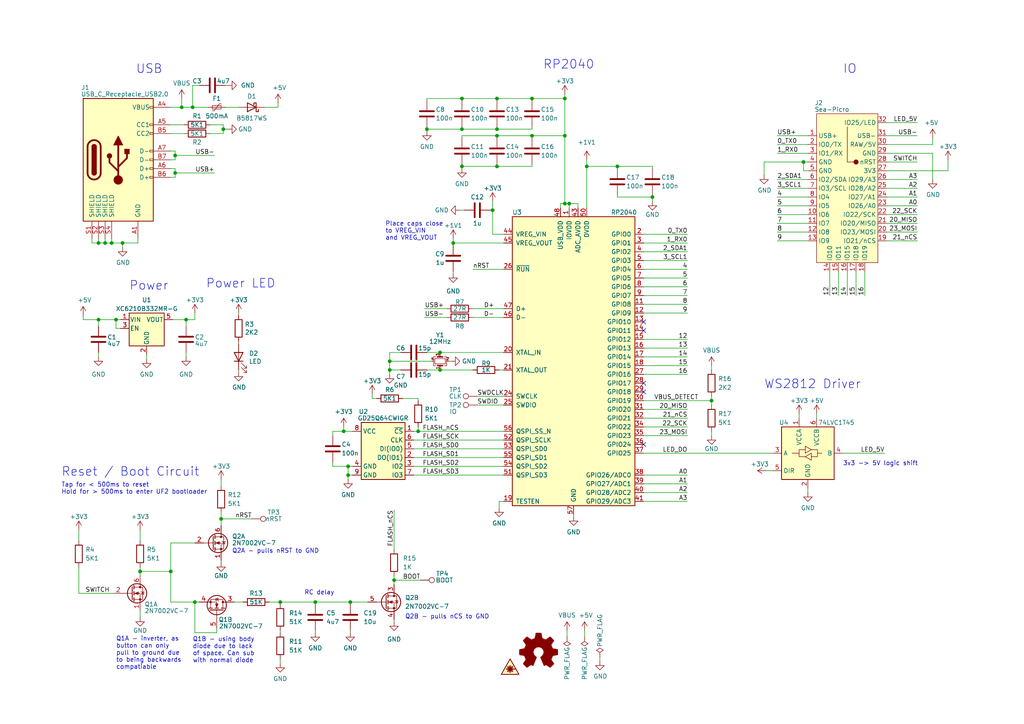
<source format=kicad_sch>
(kicad_sch (version 20211123) (generator eeschema)
  (paper "A4")
  (title_block (title "Sea Picro EXT") (date "2022-07-28") (rev "1.0") (company "Josh Johnson"))
  (junction (at 142.875 60.96))
  (junction (at 40.64 165.735))
  (junction (at 32.385 70.485))
  (junction (at 206.375 116.205))
  (junction (at 113.03 104.775))
  (junction (at 179.07 48.26))
  (junction (at 53.975 92.71))
  (junction (at 56.515 174.625))
  (junction (at 64.77 37.465))
  (junction (at 64.135 150.495))
  (junction (at 144.145 37.465))
  (junction (at 154.305 28.575))
  (junction (at 123.825 37.465))
  (junction (at 133.985 48.26))
  (junction (at 154.305 39.37))
  (junction (at 50.8 45.085))
  (junction (at 28.575 70.485))
  (junction (at 165.1 59.055))
  (junction (at 35.56 70.485))
  (junction (at 163.83 39.37))
  (junction (at 144.145 48.26))
  (junction (at 33.655 92.71))
  (junction (at 131.445 70.485))
  (junction (at 52.705 31.115))
  (junction (at 30.48 70.485))
  (junction (at 170.18 48.26))
  (junction (at 50.8 50.165))
  (junction (at 81.28 174.625))
  (junction (at 101.6 174.625))
  (junction (at 127.635 107.315))
  (junction (at 133.985 37.465))
  (junction (at 91.44 174.625))
  (junction (at 99.695 125.095))
  (junction (at 49.53 165.735))
  (junction (at 113.03 107.315))
  (junction (at 127.635 102.235))
  (junction (at 100.965 135.255))
  (junction (at 55.88 31.115))
  (junction (at 28.575 92.71))
  (junction (at 114.3 168.275))
  (junction (at 100.965 137.795))
  (junction (at 144.145 28.575))
  (junction (at 163.83 28.575))
  (junction (at 144.145 39.37))
  (junction (at 121.285 125.095))
  (junction (at 133.985 28.575))
  (junction (at 189.23 57.15))
  (junction (at 233.045 46.99))
  (junction (at 163.83 59.055))
  (no_connect (at 186.69 128.905))
  (no_connect (at 186.69 95.885))
  (no_connect (at 186.69 93.345))
  (no_connect (at 186.69 113.665))
  (no_connect (at 186.69 111.125))
  (wire (pts (xy 100.965 135.255) (xy 100.965 137.795)))
  (wire (pts (xy 50.8 48.895) (xy 50.8 50.165)))
  (wire (pts (xy 69.215 107.315) (xy 69.215 107.95)))
  (wire (pts (xy 248.285 78.74) (xy 248.285 85.725)))
  (wire (pts (xy 99.695 125.095) (xy 96.52 125.095)))
  (wire (pts (xy 123.825 29.21) (xy 123.825 28.575)))
  (wire (pts (xy 163.83 28.575) (xy 163.83 39.37)))
  (wire (pts (xy 60.96 36.195) (xy 64.77 36.195)))
  (wire (pts (xy 120.015 125.095) (xy 121.285 125.095)))
  (wire (pts (xy 154.305 28.575) (xy 163.83 28.575)))
  (wire (pts (xy 179.07 48.26) (xy 170.18 48.26)))
  (wire (pts (xy 56.515 174.625) (xy 49.53 174.625)))
  (wire (pts (xy 225.425 67.31) (xy 234.315 67.31)))
  (wire (pts (xy 163.83 39.37) (xy 163.83 59.055)))
  (wire (pts (xy 257.175 52.07) (xy 266.065 52.07)))
  (wire (pts (xy 114.3 167.005) (xy 114.3 168.275)))
  (wire (pts (xy 240.665 78.74) (xy 240.665 85.725)))
  (wire (pts (xy 28.575 70.485) (xy 30.48 70.485)))
  (wire (pts (xy 154.305 28.575) (xy 154.305 29.21)))
  (wire (pts (xy 186.69 90.805) (xy 199.39 90.805)))
  (wire (pts (xy 26.67 70.485) (xy 28.575 70.485)))
  (wire (pts (xy 113.03 102.235) (xy 113.03 104.775)))
  (wire (pts (xy 40.64 164.465) (xy 40.64 165.735)))
  (wire (pts (xy 80.645 31.115) (xy 80.645 29.845)))
  (wire (pts (xy 129.54 92.075) (xy 123.19 92.075)))
  (wire (pts (xy 225.425 64.77) (xy 234.315 64.77)))
  (wire (pts (xy 65.405 31.115) (xy 69.215 31.115)))
  (wire (pts (xy 32.385 69.215) (xy 32.385 70.485)))
  (wire (pts (xy 225.425 62.23) (xy 234.315 62.23)))
  (wire (pts (xy 186.69 106.045) (xy 199.39 106.045)))
  (wire (pts (xy 64.135 148.59) (xy 64.135 150.495)))
  (wire (pts (xy 222.25 136.525) (xy 224.155 136.525)))
  (wire (pts (xy 133.985 47.625) (xy 133.985 48.26)))
  (wire (pts (xy 146.05 70.485) (xy 131.445 70.485)))
  (wire (pts (xy 127.635 107.315) (xy 137.16 107.315)))
  (wire (pts (xy 170.18 48.26) (xy 170.18 60.325)))
  (wire (pts (xy 22.86 164.465) (xy 22.86 172.085)))
  (wire (pts (xy 186.69 70.485) (xy 199.39 70.485)))
  (wire (pts (xy 28.575 92.71) (xy 33.655 92.71)))
  (wire (pts (xy 225.425 44.45) (xy 234.315 44.45)))
  (wire (pts (xy 169.545 182.88) (xy 169.545 184.785)))
  (wire (pts (xy 55.88 24.765) (xy 57.785 24.765)))
  (wire (pts (xy 49.53 48.895) (xy 50.8 48.895)))
  (wire (pts (xy 50.8 50.165) (xy 50.8 51.435)))
  (wire (pts (xy 163.83 27.305) (xy 163.83 28.575)))
  (wire (pts (xy 270.51 52.07) (xy 270.51 44.45)))
  (wire (pts (xy 270.51 41.91) (xy 270.51 40.005)))
  (wire (pts (xy 50.8 45.085) (xy 62.23 45.085)))
  (wire (pts (xy 81.28 174.625) (xy 91.44 174.625)))
  (wire (pts (xy 233.045 49.53) (xy 233.045 46.99)))
  (wire (pts (xy 144.145 29.21) (xy 144.145 28.575)))
  (wire (pts (xy 186.69 103.505) (xy 199.39 103.505)))
  (wire (pts (xy 138.43 117.475) (xy 146.05 117.475)))
  (wire (pts (xy 257.175 35.56) (xy 266.065 35.56)))
  (wire (pts (xy 245.745 78.74) (xy 245.745 85.725)))
  (wire (pts (xy 64.135 150.495) (xy 73.025 150.495)))
  (wire (pts (xy 257.175 54.61) (xy 266.065 54.61)))
  (wire (pts (xy 179.07 56.515) (xy 179.07 57.15)))
  (wire (pts (xy 69.215 91.44) (xy 69.215 90.805)))
  (wire (pts (xy 165.1 59.055) (xy 163.83 59.055)))
  (wire (pts (xy 225.425 39.37) (xy 234.315 39.37)))
  (wire (pts (xy 225.425 54.61) (xy 234.315 54.61)))
  (wire (pts (xy 64.135 150.495) (xy 64.135 152.4)))
  (wire (pts (xy 154.305 36.83) (xy 154.305 37.465)))
  (wire (pts (xy 144.145 37.465) (xy 154.305 37.465)))
  (wire (pts (xy 234.315 49.53) (xy 233.045 49.53)))
  (wire (pts (xy 186.69 142.875) (xy 199.39 142.875)))
  (wire (pts (xy 49.53 174.625) (xy 49.53 165.735)))
  (wire (pts (xy 50.165 92.71) (xy 53.975 92.71)))
  (wire (pts (xy 113.03 107.315) (xy 113.03 108.585)))
  (wire (pts (xy 114.3 147.955) (xy 114.3 159.385)))
  (wire (pts (xy 22.86 153.67) (xy 22.86 156.845)))
  (wire (pts (xy 236.855 120.015) (xy 236.855 121.285)))
  (wire (pts (xy 186.69 73.025) (xy 199.39 73.025)))
  (wire (pts (xy 186.69 126.365) (xy 199.39 126.365)))
  (wire (pts (xy 206.375 106.045) (xy 206.375 107.315)))
  (wire (pts (xy 64.77 36.195) (xy 64.77 37.465)))
  (wire (pts (xy 186.69 98.425) (xy 199.39 98.425)))
  (wire (pts (xy 154.305 47.625) (xy 154.305 48.26)))
  (wire (pts (xy 120.015 132.715) (xy 146.05 132.715)))
  (wire (pts (xy 133.985 37.465) (xy 144.145 37.465)))
  (wire (pts (xy 179.07 48.26) (xy 189.23 48.26)))
  (wire (pts (xy 53.34 36.195) (xy 49.53 36.195)))
  (wire (pts (xy 56.515 90.805) (xy 56.515 92.71)))
  (wire (pts (xy 113.03 104.775) (xy 113.03 107.315)))
  (wire (pts (xy 131.445 69.215) (xy 131.445 70.485)))
  (wire (pts (xy 142.875 60.96) (xy 142.875 67.945)))
  (wire (pts (xy 28.575 92.71) (xy 28.575 94.615)))
  (wire (pts (xy 121.285 123.825) (xy 121.285 125.095)))
  (wire (pts (xy 144.145 48.26) (xy 154.305 48.26)))
  (wire (pts (xy 170.18 46.355) (xy 170.18 48.26)))
  (wire (pts (xy 129.54 89.535) (xy 123.19 89.535)))
  (wire (pts (xy 69.215 99.695) (xy 69.215 99.06)))
  (wire (pts (xy 257.175 46.99) (xy 266.065 46.99)))
  (wire (pts (xy 189.23 57.15) (xy 189.23 58.42)))
  (wire (pts (xy 49.53 43.815) (xy 50.8 43.815)))
  (wire (pts (xy 144.145 28.575) (xy 154.305 28.575)))
  (wire (pts (xy 243.205 78.74) (xy 243.205 85.725)))
  (wire (pts (xy 65.405 24.765) (xy 66.04 24.765)))
  (wire (pts (xy 179.07 48.895) (xy 179.07 48.26)))
  (wire (pts (xy 50.8 46.355) (xy 49.53 46.355)))
  (wire (pts (xy 22.86 172.085) (xy 33.02 172.085)))
  (wire (pts (xy 101.6 174.625) (xy 106.68 174.625)))
  (wire (pts (xy 133.985 28.575) (xy 133.985 29.21)))
  (wire (pts (xy 101.6 182.88) (xy 101.6 183.515)))
  (wire (pts (xy 102.235 135.255) (xy 100.965 135.255)))
  (wire (pts (xy 26.67 69.215) (xy 26.67 70.485)))
  (wire (pts (xy 257.175 69.85) (xy 266.065 69.85)))
  (wire (pts (xy 81.28 182.88) (xy 81.28 183.515)))
  (wire (pts (xy 33.655 95.25) (xy 33.655 92.71)))
  (wire (pts (xy 120.015 135.255) (xy 146.05 135.255)))
  (wire (pts (xy 186.69 108.585) (xy 199.39 108.585)))
  (wire (pts (xy 270.51 44.45) (xy 257.175 44.45)))
  (wire (pts (xy 50.8 51.435) (xy 49.53 51.435)))
  (wire (pts (xy 100.965 137.795) (xy 102.235 137.795)))
  (wire (pts (xy 257.175 59.69) (xy 266.065 59.69)))
  (wire (pts (xy 186.69 137.795) (xy 199.39 137.795)))
  (wire (pts (xy 52.705 28.575) (xy 52.705 31.115)))
  (wire (pts (xy 28.575 69.215) (xy 28.575 70.485)))
  (wire (pts (xy 186.69 140.335) (xy 199.39 140.335)))
  (wire (pts (xy 113.03 107.315) (xy 116.205 107.315)))
  (wire (pts (xy 50.8 45.085) (xy 50.8 46.355)))
  (wire (pts (xy 101.6 175.26) (xy 101.6 174.625)))
  (wire (pts (xy 186.69 83.185) (xy 199.39 83.185)))
  (wire (pts (xy 133.985 48.26) (xy 144.145 48.26)))
  (wire (pts (xy 60.96 38.735) (xy 64.77 38.735)))
  (wire (pts (xy 123.825 28.575) (xy 133.985 28.575)))
  (wire (pts (xy 144.145 39.37) (xy 144.145 40.005)))
  (wire (pts (xy 40.64 165.735) (xy 40.64 167.005)))
  (wire (pts (xy 144.145 36.83) (xy 144.145 37.465)))
  (wire (pts (xy 53.975 92.71) (xy 53.975 94.615)))
  (wire (pts (xy 250.825 78.74) (xy 250.825 85.725)))
  (wire (pts (xy 146.05 145.415) (xy 144.78 145.415)))
  (wire (pts (xy 164.465 182.88) (xy 164.465 184.785)))
  (wire (pts (xy 100.965 137.795) (xy 100.965 139.065)))
  (wire (pts (xy 32.385 70.485) (xy 35.56 70.485)))
  (wire (pts (xy 30.48 70.485) (xy 32.385 70.485)))
  (wire (pts (xy 189.23 48.26) (xy 189.23 48.895)))
  (wire (pts (xy 120.015 127.635) (xy 146.05 127.635)))
  (wire (pts (xy 144.78 145.415) (xy 144.78 147.32)))
  (wire (pts (xy 107.95 114.3) (xy 107.95 115.57)))
  (wire (pts (xy 186.69 121.285) (xy 199.39 121.285)))
  (wire (pts (xy 64.135 139.065) (xy 64.135 140.97)))
  (wire (pts (xy 120.015 137.795) (xy 146.05 137.795)))
  (wire (pts (xy 121.285 115.57) (xy 121.285 116.205)))
  (wire (pts (xy 42.545 102.87) (xy 42.545 104.14)))
  (wire (pts (xy 123.825 37.465) (xy 133.985 37.465)))
  (wire (pts (xy 78.105 174.625) (xy 81.28 174.625)))
  (wire (pts (xy 34.925 95.25) (xy 33.655 95.25)))
  (wire (pts (xy 133.985 28.575) (xy 144.145 28.575)))
  (wire (pts (xy 67.945 174.625) (xy 70.485 174.625)))
  (wire (pts (xy 165.1 59.055) (xy 165.1 60.325)))
  (wire (pts (xy 99.695 123.825) (xy 99.695 125.095)))
  (wire (pts (xy 123.825 37.465) (xy 123.825 38.1)))
  (wire (pts (xy 50.8 50.165) (xy 62.23 50.165)))
  (wire (pts (xy 225.425 59.69) (xy 234.315 59.69)))
  (wire (pts (xy 257.175 64.77) (xy 266.065 64.77)))
  (wire (pts (xy 206.375 125.095) (xy 206.375 126.365)))
  (wire (pts (xy 173.99 191.77) (xy 173.99 190.5)))
  (wire (pts (xy 206.375 116.205) (xy 206.375 117.475)))
  (wire (pts (xy 123.825 36.83) (xy 123.825 37.465)))
  (wire (pts (xy 146.05 67.945) (xy 142.875 67.945)))
  (wire (pts (xy 186.69 80.645) (xy 199.39 80.645)))
  (wire (pts (xy 186.69 78.105) (xy 199.39 78.105)))
  (wire (pts (xy 116.84 115.57) (xy 121.285 115.57)))
  (wire (pts (xy 50.8 43.815) (xy 50.8 45.085)))
  (wire (pts (xy 55.88 31.115) (xy 60.325 31.115)))
  (wire (pts (xy 138.43 114.935) (xy 146.05 114.935)))
  (wire (pts (xy 154.305 39.37) (xy 163.83 39.37)))
  (wire (pts (xy 49.53 157.48) (xy 56.515 157.48)))
  (wire (pts (xy 56.515 183.515) (xy 56.515 174.625)))
  (wire (pts (xy 186.69 123.825) (xy 199.39 123.825)))
  (wire (pts (xy 186.69 88.265) (xy 199.39 88.265)))
  (wire (pts (xy 166.37 149.225) (xy 166.37 149.86)))
  (wire (pts (xy 40.64 177.165) (xy 40.64 179.07)))
  (wire (pts (xy 142.24 60.96) (xy 142.875 60.96)))
  (wire (pts (xy 53.975 102.235) (xy 53.975 103.505)))
  (wire (pts (xy 167.64 59.055) (xy 165.1 59.055)))
  (wire (pts (xy 131.445 70.485) (xy 131.445 71.12)))
  (wire (pts (xy 144.145 47.625) (xy 144.145 48.26)))
  (wire (pts (xy 121.285 125.095) (xy 146.05 125.095)))
  (wire (pts (xy 257.175 62.23) (xy 266.065 62.23)))
  (wire (pts (xy 225.425 52.07) (xy 234.315 52.07)))
  (wire (pts (xy 234.315 141.605) (xy 234.315 142.875)))
  (wire (pts (xy 163.83 59.055) (xy 162.56 59.055)))
  (wire (pts (xy 274.955 46.355) (xy 274.955 49.53)))
  (wire (pts (xy 49.53 165.735) (xy 40.64 165.735)))
  (wire (pts (xy 62.865 183.515) (xy 56.515 183.515)))
  (wire (pts (xy 133.985 39.37) (xy 144.145 39.37)))
  (wire (pts (xy 99.695 125.095) (xy 102.235 125.095)))
  (wire (pts (xy 131.445 78.74) (xy 131.445 79.375)))
  (wire (pts (xy 64.77 37.465) (xy 64.77 38.735)))
  (wire (pts (xy 186.69 75.565) (xy 199.39 75.565)))
  (wire (pts (xy 137.16 92.075) (xy 146.05 92.075)))
  (wire (pts (xy 189.23 56.515) (xy 189.23 57.15)))
  (wire (pts (xy 49.53 31.115) (xy 52.705 31.115)))
  (wire (pts (xy 40.64 153.67) (xy 40.64 156.845)))
  (wire (pts (xy 91.44 182.88) (xy 91.44 183.515)))
  (wire (pts (xy 53.34 38.735) (xy 49.53 38.735)))
  (wire (pts (xy 123.825 107.315) (xy 127.635 107.315)))
  (wire (pts (xy 221.615 46.99) (xy 233.045 46.99)))
  (wire (pts (xy 24.13 92.71) (xy 24.13 91.44)))
  (wire (pts (xy 133.35 60.96) (xy 134.62 60.96)))
  (wire (pts (xy 244.475 131.445) (xy 256.54 131.445)))
  (wire (pts (xy 130.175 104.775) (xy 130.81 104.775)))
  (wire (pts (xy 225.425 41.91) (xy 234.315 41.91)))
  (wire (pts (xy 133.985 40.005) (xy 133.985 39.37)))
  (wire (pts (xy 62.865 182.245) (xy 62.865 183.515)))
  (wire (pts (xy 137.16 89.535) (xy 146.05 89.535)))
  (wire (pts (xy 162.56 59.055) (xy 162.56 60.325)))
  (wire (pts (xy 114.3 179.705) (xy 114.3 180.34)))
  (wire (pts (xy 113.03 104.775) (xy 125.095 104.775)))
  (wire (pts (xy 154.305 40.005) (xy 154.305 39.37)))
  (wire (pts (xy 221.615 46.99) (xy 221.615 50.8)))
  (wire (pts (xy 64.135 162.56) (xy 64.135 163.195)))
  (wire (pts (xy 53.975 92.71) (xy 56.515 92.71)))
  (wire (pts (xy 186.69 116.205) (xy 206.375 116.205)))
  (wire (pts (xy 33.655 92.71) (xy 34.925 92.71)))
  (wire (pts (xy 133.985 48.26) (xy 133.985 48.895)))
  (wire (pts (xy 146.05 78.105) (xy 137.16 78.105)))
  (wire (pts (xy 40.005 69.215) (xy 40.005 70.485)))
  (wire (pts (xy 66.04 37.465) (xy 64.77 37.465)))
  (wire (pts (xy 133.985 36.83) (xy 133.985 37.465)))
  (wire (pts (xy 55.88 24.765) (xy 55.88 31.115)))
  (wire (pts (xy 52.705 31.115) (xy 55.88 31.115)))
  (wire (pts (xy 167.64 60.325) (xy 167.64 59.055)))
  (wire (pts (xy 186.69 145.415) (xy 199.39 145.415)))
  (wire (pts (xy 257.175 49.53) (xy 274.955 49.53)))
  (wire (pts (xy 257.175 57.15) (xy 266.065 57.15)))
  (wire (pts (xy 225.425 57.15) (xy 234.315 57.15)))
  (wire (pts (xy 96.52 125.095) (xy 96.52 126.365)))
  (wire (pts (xy 30.48 69.215) (xy 30.48 70.485)))
  (wire (pts (xy 127.635 102.235) (xy 146.05 102.235)))
  (wire (pts (xy 186.69 118.745) (xy 199.39 118.745)))
  (wire (pts (xy 81.28 175.26) (xy 81.28 174.625)))
  (wire (pts (xy 120.015 130.175) (xy 146.05 130.175)))
  (wire (pts (xy 179.07 57.15) (xy 189.23 57.15)))
  (wire (pts (xy 35.56 70.485) (xy 40.005 70.485)))
  (wire (pts (xy 76.835 31.115) (xy 80.645 31.115)))
  (wire (pts (xy 96.52 133.985) (xy 96.52 135.255)))
  (wire (pts (xy 28.575 102.235) (xy 28.575 103.505)))
  (wire (pts (xy 24.13 92.71) (xy 28.575 92.71)))
  (wire (pts (xy 257.175 41.91) (xy 270.51 41.91)))
  (wire (pts (xy 81.28 191.135) (xy 81.28 192.405)))
  (wire (pts (xy 225.425 69.85) (xy 234.315 69.85)))
  (wire (pts (xy 257.175 39.37) (xy 266.065 39.37)))
  (wire (pts (xy 114.3 168.275) (xy 121.92 168.275)))
  (wire (pts (xy 257.175 67.31) (xy 266.065 67.31)))
  (wire (pts (xy 107.95 115.57) (xy 109.22 115.57)))
  (wire (pts (xy 144.145 39.37) (xy 154.305 39.37)))
  (wire (pts (xy 142.875 58.42) (xy 142.875 60.96)))
  (wire (pts (xy 231.775 120.015) (xy 231.775 121.285)))
  (wire (pts (xy 116.205 102.235) (xy 113.03 102.235)))
  (wire (pts (xy 96.52 135.255) (xy 100.965 135.255)))
  (wire (pts (xy 144.78 107.315) (xy 146.05 107.315)))
  (wire (pts (xy 186.69 131.445) (xy 224.155 131.445)))
  (wire (pts (xy 91.44 175.26) (xy 91.44 174.625)))
  (wire (pts (xy 233.045 46.99) (xy 234.315 46.99)))
  (wire (pts (xy 186.69 67.945) (xy 199.39 67.945)))
  (wire (pts (xy 186.69 100.965) (xy 199.39 100.965)))
  (wire (pts (xy 56.515 174.625) (xy 57.785 174.625)))
  (wire (pts (xy 114.3 168.275) (xy 114.3 169.545)))
  (wire (pts (xy 49.53 157.48) (xy 49.53 165.735)))
  (wire (pts (xy 91.44 174.625) (xy 101.6 174.625)))
  (wire (pts (xy 206.375 114.935) (xy 206.375 116.205)))
  (wire (pts (xy 186.69 85.725) (xy 199.39 85.725)))
  (wire (pts (xy 123.825 102.235) (xy 127.635 102.235)))
  (wire (pts (xy 35.56 71.755) (xy 35.56 70.485)))
  (text "Power LED" (at 59.69 83.82 0) (effects (font (size 2.54 2.54)) (justify left bottom)))
  (text "RP2040" (at 157.48 20.32 0) (effects (font (size 2.54 2.54)) (justify left bottom)))
  (text "3v3 -> 5V logic shift" (at 244.475 135.255 0) (effects (font (size 1.27 1.27)) (justify left bottom)))
  (text "Power" (at 37.465 84.455 0) (effects (font (size 2.54 2.54)) (justify left bottom)))
  (text "Q2A - pulls nRST to GND" (at 67.31 160.655 0) (effects (font (size 1.27 1.27)) (justify left bottom)))
  (text "Q1A - inverter, as \nbutton can only \npull to ground due\nto being backwards\ncompatiable" (at 33.655 194.31 0) (effects (font (size 1.27 1.27)) (justify left bottom)))
  (text "Place caps close \nto VREG_VIN \nand VREG_VOUT" (at 111.76 69.85 0) (effects (font (size 1.27 1.27)) (justify left bottom)))
  (text "Q1B - using body \ndiode due to lack\nof space. Can sub\nwith normal diode" (at 55.88 192.405 0) (effects (font (size 1.27 1.27)) (justify left bottom)))
  (text "Tap for < 500ms to reset\nHold for > 500ms to enter UF2 bootloader" (at 17.78 143.51 0) (effects (font (size 1.27 1.27)) (justify left bottom)))
  (text "RC delay" (at 88.265 172.72 0) (effects (font (size 1.27 1.27)) (justify left bottom)))
  (text "Reset / Boot Circuit" (at 17.78 138.43 0) (effects (font (size 2.54 2.54)) (justify left bottom)))
  (text "IO" (at 244.475 21.59 0) (effects (font (size 2.54 2.54)) (justify left bottom)))
  (text "USB" (at 39.37 21.59 0) (effects (font (size 2.54 2.54)) (justify left bottom)))
  (text "WS2812 Driver" (at 221.615 113.03 0) (effects (font (size 2.54 2.54)) (justify left bottom)))
  (text "Q2B - pulls nCS to GND" (at 117.475 179.705 0) (effects (font (size 1.27 1.27)) (justify left bottom)))
  (label "23_MOSI" (at 199.39 126.365 180))
  (label "USB-" (at 62.23 45.085 180))
  (label "4" (at 225.425 57.15 0))
  (label "SWDIO" (at 138.43 117.475 0))
  (label "3_SCL1" (at 199.39 75.565 180))
  (label "SWDCLK" (at 138.43 114.935 0))
  (label "22_SCK" (at 199.39 123.825 180))
  (label "7" (at 225.425 64.77 0))
  (label "A2" (at 199.39 142.875 180))
  (label "4" (at 199.39 78.105 180))
  (label "3_SCL1" (at 225.425 54.61 0))
  (label "USB-" (at 266.065 39.37 180))
  (label "2_SDA1" (at 225.425 52.07 0))
  (label "5" (at 225.425 59.69 0))
  (label "USB+" (at 225.425 39.37 0))
  (label "12" (at 240.665 85.725 90))
  (label "22_SCK" (at 266.065 62.23 180))
  (label "6" (at 225.425 62.23 0))
  (label "nRST" (at 137.16 78.105 0))
  (label "20_MISO" (at 199.39 118.745 180))
  (label "USB-" (at 123.19 92.075 0))
  (label "23_MOSI" (at 266.065 67.31 180))
  (label "FLASH_SD0" (at 122.555 130.175 0))
  (label "FLASH_SD3" (at 122.555 137.795 0))
  (label "SWITCH" (at 24.765 172.085 0))
  (label "FLASH_nCS" (at 114.3 147.955 270))
  (label "14" (at 199.39 103.505 180))
  (label "16" (at 199.39 108.585 180))
  (label "15" (at 199.39 106.045 180))
  (label "9" (at 199.39 90.805 180))
  (label "16" (at 250.825 85.725 90))
  (label "A1" (at 199.39 140.335 180))
  (label "FLASH_nCS" (at 122.555 125.095 0))
  (label "14" (at 245.745 85.725 90))
  (label "21_nCS" (at 199.39 121.285 180))
  (label "8" (at 199.39 88.265 180))
  (label "5" (at 199.39 80.645 180))
  (label "A0" (at 199.39 137.795 180))
  (label "D-" (at 140.335 92.075 0))
  (label "13" (at 199.39 100.965 180))
  (label "USB+" (at 62.23 50.165 180))
  (label "0_TX0" (at 199.39 67.945 180))
  (label "USB+" (at 123.19 89.535 0))
  (label "LED_DO" (at 199.39 131.445 180))
  (label "9" (at 225.425 69.85 0))
  (label "6" (at 199.39 83.185 180))
  (label "21_nCS" (at 266.065 69.85 180))
  (label "7" (at 199.39 85.725 180))
  (label "8" (at 225.425 67.31 0))
  (label "LED_5V" (at 266.065 35.56 180))
  (label "nRST" (at 73.025 150.495 180))
  (label "0_TX0" (at 225.425 41.91 0))
  (label "D+" (at 140.335 89.535 0))
  (label "A3" (at 266.065 52.07 180))
  (label "FLASH_SCK" (at 122.555 127.635 0))
  (label "20_MISO" (at 266.065 64.77 180))
  (label "13" (at 243.205 85.725 90))
  (label "SWITCH" (at 266.065 46.99 180))
  (label "A0" (at 266.065 59.69 180))
  (label "12" (at 199.39 98.425 180))
  (label "1_RX0" (at 225.425 44.45 0))
  (label "A3" (at 199.39 145.415 180))
  (label "A2" (at 266.065 54.61 180))
  (label "1_RX0" (at 199.39 70.485 180))
  (label "BOOT" (at 121.92 168.275 180))
  (label "FLASH_SD2" (at 122.555 135.255 0))
  (label "15" (at 248.285 85.725 90))
  (label "VBUS_DETECT" (at 202.565 116.205 180))
  (label "2_SDA1" (at 199.39 73.025 180))
  (label "FLASH_SD1" (at 122.555 132.715 0))
  (label "LED_5V" (at 256.54 131.445 180))
  (label "A1" (at 266.065 57.15 180))
  (symbol (lib_id "power:GND") (at 35.56 71.755 0) (unit 1)
    (property "Reference" "#PWR01" (effects hide))
    (property "Value" "GND" (at 35.687 76.1492 0))
  )
  (symbol (lib_id "Device:R") (at 57.15 36.195 270) (unit 1)
    (property "Reference" "R1" (at 57.15 33.655 90))
    (property "Value" "5K1" (at 57.15 36.195 90))
    (property "Footprint" "Resistor_SMD:R_0402_1005Metric" (effects hide))
    (property "LCSC" "C25905" (effects hide))
    (property "MPN " "0402WGF5101TCE" (effects hide))
    (property "Manufacturer" "UNI-ROYAL(Uniroyal Elec)" (effects hide))
    (property "JLC Basic" "Y" (effects hide))
    (property "Substitute" "Y" (effects hide))
  )
  (symbol (lib_id "Device:R") (at 57.15 38.735 270) (unit 1)
    (property "Reference" "R2" (at 57.15 41.275 90))
    (property "Value" "5K1" (at 57.15 38.735 90))
    (property "Footprint" "Resistor_SMD:R_0402_1005Metric" (effects hide))
    (property "LCSC" "C25905" (effects hide))
    (property "MPN " "0402WGF5101TCE" (effects hide))
    (property "Manufacturer" "UNI-ROYAL(Uniroyal Elec)" (effects hide))
    (property "JLC Basic" "Y" (effects hide))
    (property "Substitute" "Y" (effects hide))
  )
  (symbol (lib_id "power:GND") (at 66.04 37.465 90) (unit 1)
    (property "Reference" "#PWR02" (effects hide))
    (property "Value" "GND" (at 71.12 37.465 90))
  )
  (symbol (lib_id "Device:D_Schottky") (at 73.025 31.115 180) (unit 1)
    (property "Reference" "D1" (at 73.025 27.94 0))
    (property "Value" "B5817WS" (at 73.025 34.29 0))
    (property "Footprint" "josh-passives-smt:D_SOD-323" (effects hide))
    (property "LCSC" "C122854" (effects hide))
    (property "MPN " "B5817WS" (effects hide))
    (property "Manufacturer" "Shikues" (effects hide))
    (property "JLC Basic" "N" (effects hide))
    (property "Substitute" "N" (effects hide))
  )
  (symbol (lib_id "power:+5V") (at 80.645 29.845 0) (unit 1)
    (property "Reference" "#PWR05" (effects hide))
    (property "Value" "+5V" (at 81.026 25.4508 0))
  )
  (symbol (lib_id "Device:Polyfuse_Small") (at 62.865 31.115 270) (unit 1)
    (property "Reference" "F1" (at 62.865 28.575 90))
    (property "Value" "500mA" (at 62.865 33.655 90))
    (property "Footprint" "josh-passives-smt:Fuse_0603_1608Metric" (effects hide))
    (property "LCSC" "C210357" (effects hide))
    (property "MPN " "MF-FSMF050X-2" (effects hide))
    (property "Manufacturer" "BOURNS" (effects hide))
    (property "JLC Basic" "N" (effects hide))
    (property "Substitute" "Y" (effects hide))
  )
  (symbol (lib_id "Device:LED") (at 69.215 103.505 90) (unit 1)
    (property "Reference" "D2" (at 72.1868 102.5144 90) (effects (justify right)))
    (property "Value" "LED" (at 72.1868 104.8258 90) (effects (justify right)))
    (property "Footprint" "LED_SMD:LED_0603_1608Metric" (effects hide))
    (property "LCSC" "C268294" (effects hide))
    (property "MPN " "OSK40603C1E" (effects hide))
    (property "Manufacturer" "OptoSupply" (effects hide))
    (property "JLC Basic" "N" (effects hide))
    (property "Substitute" "Y - Any Pink" (effects hide))
  )
  (symbol (lib_id "Device:R") (at 69.215 95.25 0) (unit 1)
    (property "Reference" "R3" (at 70.993 94.0816 0) (effects (justify left)))
    (property "Value" "2K2" (at 70.993 96.393 0) (effects (justify left)))
    (property "Footprint" "Resistor_SMD:R_0402_1005Metric" (effects hide))
    (property "LCSC" "C25879" (effects hide))
    (property "MPN " "0402WGF2201TCE" (effects hide))
    (property "Manufacturer" "UNI-ROYAL(Uniroyal Elec)" (effects hide))
    (property "JLC Basic" "Y" (effects hide))
    (property "Substitute" "Y" (effects hide))
  )
  (symbol (lib_id "power:GND") (at 69.215 107.95 0) (unit 1)
    (property "Reference" "#PWR07" (effects hide))
    (property "Value" "GND" (at 69.342 112.3442 0))
  )
  (symbol (lib_id "power:GND") (at 221.615 50.8 0) (unit 1)
    (property "Reference" "#PWR03" (effects hide))
    (property "Value" "GND" (at 221.742 55.1942 0))
  )
  (symbol (lib_id "power:+5V") (at 270.51 40.005 0) (mirror y) (unit 1)
    (property "Reference" "#PWR010" (effects hide))
    (property "Value" "+5V" (at 270.129 35.6108 0))
  )
  (symbol (lib_id "power:PWR_FLAG") (at 173.99 190.5 0) (unit 1)
    (property "Reference" "#FLG04" (effects hide))
    (property "Value" "PWR_FLAG" (at 173.99 182.88 90))
  )
  (symbol (lib_id "power:GND") (at 173.99 191.77 0) (unit 1)
    (property "Reference" "#PWR017" (effects hide))
    (property "Value" "GND" (at 174.117 196.1642 0))
  )
  (symbol (lib_id "Graphic:Logo_Open_Hardware_Small") (at 156.21 189.23 0) (unit 1) (in_bom no)
    (property "Reference" "LOGO1" (effects hide))
    (property "Value" "Logo_Open_Hardware_Small" (effects hide))
    (property "Footprint" "josh-logos:OSHW_Logo_3.6x3.6_F.Mask" (effects hide))
  )
  (symbol (lib_id "Device:C") (at 131.445 74.93 0) (mirror y) (unit 1)
    (property "Reference" "C9" (at 128.905 73.66 0) (effects (justify left)))
    (property "Value" "1u" (at 128.905 76.2 0) (effects (justify left)))
    (property "Footprint" "Capacitor_SMD:C_0402_1005Metric" (effects hide))
    (property "LCSC" "C52923" (effects hide))
    (property "MPN " "CL05A105KA5NQNC" (effects hide))
    (property "Manufacturer" "Samsung Electro-Mechanics" (effects hide))
    (property "JLC Basic" "Y" (effects hide))
    (property "Substitute" "Y" (effects hide))
  )
  (symbol (lib_id "power:GND") (at 28.575 103.505 0) (unit 1)
    (property "Reference" "#PWR06" (effects hide))
    (property "Value" "GND" (at 28.575 108.585 0))
  )
  (symbol (lib_id "Device:C") (at 101.6 179.07 0) (unit 1)
    (property "Reference" "C19" (at 105.41 177.7999 0) (effects (justify left)))
    (property "Value" "10u" (at 105.41 180.3399 0) (effects (justify left)))
    (property "Footprint" "Capacitor_SMD:C_0402_1005Metric" (effects hide))
    (property "JLC Basic" "Y" (effects hide))
    (property "LCSC" "C15525" (effects hide))
    (property "MPN " "CL05A106MQ5NUNC" (effects hide))
    (property "Manufacturer" "Samsung Electro-Mechanics" (effects hide))
    (property "Substitute" "Y" (effects hide))
  )
  (symbol (lib_id "Device:C") (at 96.52 130.175 0) (unit 1)
    (property "Reference" "C4" (at 99.06 128.905 0) (effects (justify left)))
    (property "Value" "100n" (at 99.06 131.445 0) (effects (justify left)))
    (property "Footprint" "Capacitor_SMD:C_0402_1005Metric" (effects hide))
    (property "LCSC" "C1525" (effects hide))
    (property "MPN " "CL05B104KO5NNNC" (effects hide))
    (property "Manufacturer" "Samsung Electro-Mechanics" (effects hide))
    (property "JLC Basic" "Y" (effects hide))
    (property "Substitute" "Y" (effects hide))
  )
  (symbol (lib_id "power:GND") (at 166.37 149.86 0) (unit 1)
    (property "Reference" "#PWR033" (effects hide))
    (property "Value" "GND" (at 166.37 154.305 0))
  )
  (symbol (lib_id "Device:R") (at 206.375 121.285 0) (unit 1)
    (property "Reference" "R17" (at 208.28 120.0149 0) (effects (justify left)))
    (property "Value" "5K1" (at 208.28 122.5549 0) (effects (justify left)))
    (property "Footprint" "Resistor_SMD:R_0402_1005Metric" (effects hide))
    (property "JLC Basic" "Y" (effects hide))
    (property "LCSC" "C25905" (effects hide))
    (property "MPN " "0402WGF5101TCE" (effects hide))
    (property "Manufacturer" "UNI-ROYAL(Uniroyal Elec)" (effects hide))
    (property "Substitute" "Y" (effects hide))
  )
  (symbol (lib_id "power:+5V") (at 169.545 182.88 0) (unit 1)
    (property "Reference" "#PWR0112" (effects hide))
    (property "Value" "+5V" (at 169.926 178.4858 0))
  )
  (symbol (lib_id "Transistor_FET:FDG6335N") (at 61.595 157.48 0) (unit 1)
    (property "Reference" "Q2" (at 69.215 155.575 0))
    (property "Value" "2N7002VC-7" (at 73.66 157.48 0))
    (property "Footprint" "josh-soic-sot-etc:SOT-563" (effects hide))
    (property "Datasheet" "http://www.gneic.com/product/datasheet/FDG6335N-1122853.pdf" (effects hide))
    (property "JLC Basic" "N" (effects hide))
    (property "LCSC" "C504145" (effects hide))
    (property "MPN " "2N7002V" (effects hide))
    (property "Manufacturer" "Changjiang Electronics Tech (CJ) " (effects hide))
    (property "Substitute" "Y" (effects hide))
  )
  (symbol (lib_id "Device:Crystal_GND24_Small") (at 127.635 104.775 90) (unit 1)
    (property "Reference" "Y1" (at 127.635 97.155 90))
    (property "Value" "12MHz" (at 127.635 99.06 90))
    (property "Footprint" "josh-oscillators:Crystal_SMD_2520-4Pin_2.5x2.0mm" (effects hide))
    (property "LCSC" "C2149204" (effects hide))
    (property "MPN " "2TJ412000HYGBC" (effects hide))
    (property "Manufacturer" "JYJE" (effects hide))
    (property "JLC Basic" "N" (effects hide))
    (property "LCSC2" "C2149205" (effects hide))
    (property "MPN2" "2TJ412000NYGBC" (effects hide))
    (property "Manufacturer2" "JYJE" (effects hide))
    (property "Substitute" "N" (effects hide))
  )
  (symbol (lib_id "josh-connector:USB_C_Receptacle_USB2.0_NO_SBU") (at 34.29 46.355 0) (unit 1)
    (property "Reference" "J1" (at 24.765 25.4 0))
    (property "Value" "USB_C_Receptacle_USB2.0" (at 36.195 27.305 0))
    (property "Footprint" "josh-connectors:USB-C_MID_MOUNT_918-418K2024S40000" (effects hide))
    (property "JLC Basic" "N" (effects hide))
    (property "LCSC" "C168688" (effects hide))
    (property "MPN " "918-418K2024S40000" (effects hide))
    (property "Manufacturer" "Jing Extension of the Electronic Co" (effects hide))
    (property "Substitute" "Y" (effects hide))
  )
  (symbol (lib_id "Device:R") (at 206.375 111.125 0) (unit 1)
    (property "Reference" "R16" (at 208.28 109.8549 0) (effects (justify left)))
    (property "Value" "2K2" (at 208.28 112.3949 0) (effects (justify left)))
    (property "Footprint" "Resistor_SMD:R_0402_1005Metric" (effects hide))
    (property "JLC Basic" "Y" (effects hide))
    (property "LCSC" "C25879" (effects hide))
    (property "MPN " "0402WGF2201TCE" (effects hide))
    (property "Manufacturer" "UNI-ROYAL(Uniroyal Elec)" (effects hide))
    (property "Substitute" "Y" (effects hide))
  )
  (symbol (lib_id "Transistor_FET:FDG6335N") (at 62.865 177.165 270) (mirror x) (unit 2)
    (property "Reference" "Q1" (at 65.405 179.705 90))
    (property "Value" "2N7002VC-7" (at 69.85 181.61 90))
    (property "Footprint" "josh-soic-sot-etc:SOT-563" (effects hide))
    (property "Datasheet" "http://www.gneic.com/product/datasheet/FDG6335N-1122853.pdf" (effects hide))
    (property "JLC Basic" "N" (effects hide))
    (property "LCSC" "C504145" (effects hide))
    (property "MPN " "2N7002V" (effects hide))
    (property "Manufacturer" "Changjiang Electronics Tech (CJ) " (effects hide))
    (property "Substitute" "Y" (effects hide))
  )
  (symbol (lib_id "power:+3V3") (at 163.83 27.305 0) (unit 1)
    (property "Reference" "#PWR032" (effects hide))
    (property "Value" "+3V3" (at 163.83 23.495 0))
  )
  (symbol (lib_id "power:GND") (at 66.04 24.765 90) (unit 1)
    (property "Reference" "#PWR018" (effects hide))
    (property "Value" "GND" (at 69.85 24.7649 90) (effects (justify right)))
  )
  (symbol (lib_id "Connector:TestPoint") (at 138.43 117.475 90) (unit 1) (in_bom no)
    (property "Reference" "TP2" (at 132.08 117.475 90))
    (property "Value" "IO" (at 131.445 119.38 90))
    (property "Footprint" "josh-test-point:TestPoint_THTPad_D1.0mm_Drill0.5mm_NO_SILK" (effects hide))
  )
  (symbol (lib_id "Connector:TestPoint") (at 73.025 150.495 270) (unit 1) (in_bom no)
    (property "Reference" "TP3" (at 79.375 148.59 90))
    (property "Value" "nRST" (at 79.375 150.495 90))
    (property "Footprint" "josh-test-point:TestPoint_SMDPad_D1.0mm_NO_SILK" (effects hide))
  )
  (symbol (lib_id "Device:R") (at 133.35 89.535 90) (unit 1)
    (property "Reference" "R7" (at 133.35 87.63 90))
    (property "Value" "27R" (at 133.35 89.535 90))
    (property "Footprint" "Resistor_SMD:R_0402_1005Metric" (effects hide))
    (property "LCSC" "C25100" (effects hide))
    (property "MPN " "0402WGF270JTCE" (effects hide))
    (property "Manufacturer" "UNI-ROYAL(Uniroyal Elec)" (effects hide))
    (property "JLC Basic" "N" (effects hide))
    (property "Substitute" "Y" (effects hide))
  )
  (symbol (lib_id "Device:C") (at 133.985 43.815 0) (unit 1)
    (property "Reference" "C11" (at 136.525 42.545 0) (effects (justify left)))
    (property "Value" "100n" (at 136.525 45.085 0) (effects (justify left)))
    (property "Footprint" "Capacitor_SMD:C_0402_1005Metric" (effects hide))
    (property "LCSC" "C1525" (effects hide))
    (property "MPN " "CL05B104KO5NNNC" (effects hide))
    (property "Manufacturer" "Samsung Electro-Mechanics" (effects hide))
    (property "JLC Basic" "Y" (effects hide))
    (property "Substitute" "Y" (effects hide))
  )
  (symbol (lib_id "power:+3V3") (at 222.25 136.525 90) (unit 1)
    (property "Reference" "#PWR0116" (effects hide))
    (property "Value" "+3V3" (at 220.345 134.62 90))
  )
  (symbol (lib_id "josh-module:Sea-Picro") (at 245.745 55.88 0) (unit 1) (in_bom no)
    (property "Reference" "J2" (at 237.49 29.845 0))
    (property "Value" "Sea-Picro" (at 241.3 31.75 0))
    (property "Footprint" "josh-module:Sea-Picro_EXT_Pins" (effects hide))
  )
  (symbol (lib_id "Device:R") (at 81.28 179.07 0) (unit 1)
    (property "Reference" "R14" (at 83.82 177.7999 0) (effects (justify left)))
    (property "Value" "51K" (at 83.82 180.3399 0) (effects (justify left)))
    (property "Footprint" "Resistor_SMD:R_0402_1005Metric" (effects hide))
    (property "JLC Basic" "Y" (effects hide))
    (property "LCSC" "C25794" (effects hide))
    (property "MPN " "0402WGF5102TCE" (effects hide))
    (property "Manufacturer" "UNI-ROYAL(Uniroyal Elec)" (effects hide))
    (property "Substitute" "Y" (effects hide))
  )
  (symbol (lib_id "power:GND") (at 64.135 163.195 0) (unit 1)
    (property "Reference" "#PWR0101" (effects hide))
    (property "Value" "GND" (at 64.135 167.005 0))
  )
  (symbol (lib_id "Device:R") (at 140.97 107.315 90) (unit 1)
    (property "Reference" "R9" (at 140.97 105.41 90))
    (property "Value" "1K" (at 140.97 107.315 90))
    (property "Footprint" "Resistor_SMD:R_0402_1005Metric" (effects hide))
    (property "LCSC" "C11702" (effects hide))
    (property "MPN " "0402WGF1001TCE" (effects hide))
    (property "Manufacturer" "UNI-ROYAL(Uniroyal Elec)" (effects hide))
    (property "JLC Basic" "Y" (effects hide))
    (property "Substitute" "Y" (effects hide))
  )
  (symbol (lib_id "power:+3V3") (at 107.95 114.3 0) (unit 1)
    (property "Reference" "#PWR023" (effects hide))
    (property "Value" "+3V3" (at 107.95 110.49 0))
  )
  (symbol (lib_id "power:GND") (at 123.825 38.1 0) (unit 1)
    (property "Reference" "#PWR024" (effects hide))
    (property "Value" "GND" (at 123.825 42.545 0))
  )
  (symbol (lib_id "Device:R") (at 22.86 160.655 0) (unit 1)
    (property "Reference" "R4" (at 24.765 159.3849 0) (effects (justify left)))
    (property "Value" "5K1" (at 24.765 161.9249 0) (effects (justify left)))
    (property "Footprint" "Resistor_SMD:R_0402_1005Metric" (effects hide))
    (property "LCSC" "C25905" (effects hide))
    (property "MPN " "0402WGF5101TCE" (effects hide))
    (property "Manufacturer" "UNI-ROYAL(Uniroyal Elec)" (effects hide))
    (property "JLC Basic" "Y" (effects hide))
    (property "Substitute" "Y" (effects hide))
  )
  (symbol (lib_id "Device:C") (at 154.305 43.815 0) (unit 1)
    (property "Reference" "C16" (at 156.845 42.545 0) (effects (justify left)))
    (property "Value" "100n" (at 156.845 45.085 0) (effects (justify left)))
    (property "Footprint" "Capacitor_SMD:C_0402_1005Metric" (effects hide))
    (property "LCSC" "C1525" (effects hide))
    (property "MPN " "CL05B104KO5NNNC" (effects hide))
    (property "Manufacturer" "Samsung Electro-Mechanics" (effects hide))
    (property "JLC Basic" "Y" (effects hide))
    (property "Substitute" "Y" (effects hide))
  )
  (symbol (lib_id "power:GND") (at 133.985 48.895 0) (unit 1)
    (property "Reference" "#PWR029" (effects hide))
    (property "Value" "GND" (at 133.985 53.34 0))
  )
  (symbol (lib_id "power:+3V3") (at 274.955 46.355 0) (unit 1)
    (property "Reference" "#PWR039" (effects hide))
    (property "Value" "+3V3" (at 274.955 42.545 0))
  )
  (symbol (lib_id "Device:R") (at 114.3 163.195 0) (unit 1)
    (property "Reference" "R15" (at 116.84 161.9249 0) (effects (justify left)))
    (property "Value" "1K" (at 116.84 164.4649 0) (effects (justify left)))
    (property "Footprint" "Resistor_SMD:R_0402_1005Metric" (effects hide))
    (property "LCSC" "C11702" (effects hide))
    (property "MPN " "0402WGF1001TCE" (effects hide))
    (property "Manufacturer" "UNI-ROYAL(Uniroyal Elec)" (effects hide))
    (property "JLC Basic" "Y" (effects hide))
    (property "Substitute" "Y" (effects hide))
  )
  (symbol (lib_id "power:+1V1") (at 170.18 46.355 0) (unit 1)
    (property "Reference" "#PWR034" (effects hide))
    (property "Value" "+1V1" (at 170.18 41.275 0))
  )
  (symbol (lib_id "Device:C") (at 189.23 52.705 0) (unit 1)
    (property "Reference" "C18" (at 191.77 51.435 0) (effects (justify left)))
    (property "Value" "100n" (at 191.77 53.975 0) (effects (justify left)))
    (property "Footprint" "Capacitor_SMD:C_0402_1005Metric" (effects hide))
    (property "LCSC" "C1525" (effects hide))
    (property "MPN " "CL05B104KO5NNNC" (effects hide))
    (property "Manufacturer" "Samsung Electro-Mechanics" (effects hide))
    (property "JLC Basic" "Y" (effects hide))
    (property "Substitute" "Y" (effects hide))
  )
  (symbol (lib_id "Device:R") (at 64.135 144.78 0) (unit 1)
    (property "Reference" "R12" (at 66.04 143.5099 0) (effects (justify left)))
    (property "Value" "5K1" (at 66.04 146.0499 0) (effects (justify left)))
    (property "Footprint" "Resistor_SMD:R_0402_1005Metric" (effects hide))
    (property "LCSC" "C25905" (effects hide))
    (property "MPN " "0402WGF5101TCE" (effects hide))
    (property "Manufacturer" "UNI-ROYAL(Uniroyal Elec)" (effects hide))
    (property "JLC Basic" "Y" (effects hide))
    (property "Substitute" "Y" (effects hide))
  )
  (symbol (lib_id "Device:C") (at 179.07 52.705 0) (unit 1)
    (property "Reference" "C17" (at 181.61 51.435 0) (effects (justify left)))
    (property "Value" "100n" (at 181.61 53.975 0) (effects (justify left)))
    (property "Footprint" "Capacitor_SMD:C_0402_1005Metric" (effects hide))
    (property "LCSC" "C1525" (effects hide))
    (property "MPN " "CL05B104KO5NNNC" (effects hide))
    (property "Manufacturer" "Samsung Electro-Mechanics" (effects hide))
    (property "JLC Basic" "Y" (effects hide))
    (property "Substitute" "Y" (effects hide))
  )
  (symbol (lib_id "Device:C") (at 123.825 33.02 0) (unit 1)
    (property "Reference" "C8" (at 126.365 31.75 0) (effects (justify left)))
    (property "Value" "100n" (at 126.365 34.29 0) (effects (justify left)))
    (property "Footprint" "Capacitor_SMD:C_0402_1005Metric" (effects hide))
    (property "LCSC" "C1525" (effects hide))
    (property "MPN " "CL05B104KO5NNNC" (effects hide))
    (property "Manufacturer" "Samsung Electro-Mechanics" (effects hide))
    (property "JLC Basic" "Y" (effects hide))
    (property "Substitute" "Y" (effects hide))
  )
  (symbol (lib_id "power:VBUS") (at 164.465 182.88 0) (unit 1)
    (property "Reference" "#PWR0113" (effects hide))
    (property "Value" "VBUS" (at 164.465 178.435 0))
  )
  (symbol (lib_id "power:GND") (at 100.965 139.065 0) (unit 1)
    (property "Reference" "#PWR021" (effects hide))
    (property "Value" "GND" (at 100.965 143.51 0))
  )
  (symbol (lib_id "power:+3V3") (at 56.515 90.805 0) (unit 1)
    (property "Reference" "#PWR016" (effects hide))
    (property "Value" "+3V3" (at 56.515 86.995 0))
  )
  (symbol (lib_id "Device:C") (at 138.43 60.96 90) (unit 1)
    (property "Reference" "C12" (at 138.43 57.15 90))
    (property "Value" "1u" (at 138.43 64.77 90))
    (property "Footprint" "Capacitor_SMD:C_0402_1005Metric" (effects hide))
    (property "LCSC" "C52923" (effects hide))
    (property "MPN " "CL05A105KA5NQNC" (effects hide))
    (property "Manufacturer" "Samsung Electro-Mechanics" (effects hide))
    (property "JLC Basic" "Y" (effects hide))
    (property "Substitute" "Y" (effects hide))
  )
  (symbol (lib_id "josh-memory:W25Q128JVSIQ") (at 107.315 130.175 0) (mirror y) (unit 1)
    (property "Reference" "U2" (at 105.41 119.38 0))
    (property "Value" "GD25Q64CWIGR" (at 111.125 121.285 0))
    (property "Footprint" "josh-dfn-qfn:WSON-8-1EP_6x5mm_P1.27mm_EP3.4x4mm" (effects hide))
    (property "LCSC" "C395511" (effects hide))
    (property "MPN " "GD25Q64CWIGR" (effects hide))
    (property "Manufacturer" "GigaDevice Semicon Beijing " (effects hide))
    (property "JLC Basic" "N" (effects hide))
    (property "LCSC2" "C2940197" (effects hide))
    (property "MPN2" "W25Q64JVZPIQ" (effects hide))
    (property "Manufacturer2" "Winbond" (effects hide))
    (property "Substitute" "N" (effects hide))
  )
  (symbol (lib_id "power:GND") (at 270.51 52.07 0) (unit 1)
    (property "Reference" "#PWR0118" (effects hide))
    (property "Value" "GND" (at 270.637 56.4642 0))
  )
  (symbol (lib_id "Device:R") (at 40.64 160.655 0) (unit 1)
    (property "Reference" "R5" (at 42.545 159.3849 0) (effects (justify left)))
    (property "Value" "5K1" (at 42.545 161.9249 0) (effects (justify left)))
    (property "Footprint" "Resistor_SMD:R_0402_1005Metric" (effects hide))
    (property "LCSC" "C25905" (effects hide))
    (property "MPN " "0402WGF5101TCE" (effects hide))
    (property "Manufacturer" "UNI-ROYAL(Uniroyal Elec)" (effects hide))
    (property "JLC Basic" "Y" (effects hide))
    (property "Substitute" "Y" (effects hide))
  )
  (symbol (lib_id "Device:C") (at 120.015 102.235 90) (unit 1)
    (property "Reference" "C6" (at 116.205 100.965 90))
    (property "Value" "15p" (at 123.19 100.965 90))
    (property "Footprint" "Capacitor_SMD:C_0402_1005Metric" (effects hide))
    (property "LCSC" "C1548" (effects hide))
    (property "MPN " "0402CG150J500NT" (effects hide))
    (property "Manufacturer" "FH(Guangdong Fenghua Advanced Tech)" (effects hide))
    (property "JLC Basic" "Y" (effects hide))
    (property "Substitute" "Y" (effects hide))
  )
  (symbol (lib_id "power:+3V3") (at 142.875 58.42 0) (unit 1)
    (property "Reference" "#PWR030" (effects hide))
    (property "Value" "+3V3" (at 142.875 54.61 0))
  )
  (symbol (lib_id "Graphic:SYM_LASER_Small") (at 147.955 193.675 0) (unit 1) (in_bom no)
    (property "Reference" "LOGO2" (effects hide))
    (property "Value" "Sea-Picro" (effects hide))
    (property "Footprint" "josh-logos:sea-picro-silk" (effects hide))
  )
  (symbol (lib_id "Device:R") (at 133.35 92.075 90) (unit 1)
    (property "Reference" "R8" (at 133.35 94.615 90))
    (property "Value" "27R" (at 133.35 92.075 90))
    (property "Footprint" "Resistor_SMD:R_0402_1005Metric" (effects hide))
    (property "LCSC" "C25100" (effects hide))
    (property "MPN " "0402WGF270JTCE" (effects hide))
    (property "Manufacturer" "UNI-ROYAL(Uniroyal Elec)" (effects hide))
    (property "JLC Basic" "N" (effects hide))
    (property "Substitute" "Y" (effects hide))
  )
  (symbol (lib_id "Device:C") (at 154.305 33.02 0) (unit 1)
    (property "Reference" "C15" (at 156.845 31.75 0) (effects (justify left)))
    (property "Value" "100n" (at 156.845 34.29 0) (effects (justify left)))
    (property "Footprint" "Capacitor_SMD:C_0402_1005Metric" (effects hide))
    (property "LCSC" "C1525" (effects hide))
    (property "MPN " "CL05B104KO5NNNC" (effects hide))
    (property "Manufacturer" "Samsung Electro-Mechanics" (effects hide))
    (property "JLC Basic" "Y" (effects hide))
    (property "Substitute" "Y" (effects hide))
  )
  (symbol (lib_id "Device:R") (at 81.28 187.325 0) (unit 1)
    (property "Reference" "R11" (at 83.82 186.0549 0) (effects (justify left)))
    (property "Value" "51K" (at 83.82 188.5949 0) (effects (justify left)))
    (property "Footprint" "Resistor_SMD:R_0402_1005Metric" (effects hide))
    (property "JLC Basic" "Y" (effects hide))
    (property "LCSC" "C25794" (effects hide))
    (property "MPN " "0402WGF5102TCE" (effects hide))
    (property "Manufacturer" "UNI-ROYAL(Uniroyal Elec)" (effects hide))
    (property "Substitute" "Y" (effects hide))
  )
  (symbol (lib_id "power:VBUS") (at 206.375 106.045 0) (unit 1)
    (property "Reference" "#PWR0111" (effects hide))
    (property "Value" "VBUS" (at 206.375 101.6 0))
  )
  (symbol (lib_id "power:+1V1") (at 131.445 69.215 0) (unit 1)
    (property "Reference" "#PWR026" (effects hide))
    (property "Value" "+1V1" (at 131.445 65.405 0))
  )
  (symbol (lib_id "power:GND") (at 53.975 103.505 0) (unit 1)
    (property "Reference" "#PWR015" (effects hide))
    (property "Value" "GND" (at 53.975 108.585 0))
  )
  (symbol (lib_id "Device:C") (at 133.985 33.02 0) (unit 1)
    (property "Reference" "C10" (at 136.525 31.75 0) (effects (justify left)))
    (property "Value" "100n" (at 136.525 34.29 0) (effects (justify left)))
    (property "Footprint" "Capacitor_SMD:C_0402_1005Metric" (effects hide))
    (property "LCSC" "C1525" (effects hide))
    (property "MPN " "CL05B104KO5NNNC" (effects hide))
    (property "Manufacturer" "Samsung Electro-Mechanics" (effects hide))
    (property "JLC Basic" "Y" (effects hide))
    (property "Substitute" "Y" (effects hide))
  )
  (symbol (lib_id "power:GND") (at 113.03 108.585 0) (unit 1)
    (property "Reference" "#PWR022" (effects hide))
    (property "Value" "GND" (at 116.205 111.76 0))
  )
  (symbol (lib_id "power:PWR_FLAG") (at 169.545 184.785 180) (unit 1)
    (property "Reference" "#FLG0101" (effects hide))
    (property "Value" "PWR_FLAG" (at 169.545 192.405 90))
  )
  (symbol (lib_id "power:GND") (at 206.375 126.365 0) (unit 1)
    (property "Reference" "#PWR0108" (effects hide))
    (property "Value" "GND" (at 206.375 130.175 0))
  )
  (symbol (lib_id "power:GND") (at 234.315 142.875 0) (unit 1)
    (property "Reference" "#PWR0114" (effects hide))
    (property "Value" "GND" (at 234.315 147.32 0))
  )
  (symbol (lib_id "Logic_LevelTranslator:SN74LVC1T45DRL") (at 234.315 131.445 0) (unit 1)
    (property "Reference" "U4" (at 227.33 122.555 0))
    (property "Value" "74LVC1T45" (at 242.57 122.555 0))
    (property "Footprint" "josh-soic-sot-etc:SOT-563" (effects hide))
    (property "JLC Basic" "N" (effects hide))
    (property "LCSC" "C352970" (effects hide))
    (property "MPN " "SN74LVC1T45DRLR" (effects hide))
    (property "Manufacturer" "Texas Instruments" (effects hide))
    (property "Substitute" "N" (effects hide))
  )
  (symbol (lib_id "power:GND") (at 81.28 192.405 0) (unit 1)
    (property "Reference" "#PWR0104" (effects hide))
    (property "Value" "GND" (at 81.28 196.85 0))
  )
  (symbol (lib_id "power:GND") (at 114.3 180.34 0) (unit 1)
    (property "Reference" "#PWR0103" (effects hide))
    (property "Value" "GND" (at 114.3 185.42 0))
  )
  (symbol (lib_id "Transistor_FET:FDG6335N") (at 38.1 172.085 0) (unit 1)
    (property "Reference" "Q1" (at 41.91 175.26 0) (effects (justify left)))
    (property "Value" "2N7002VC-7" (at 41.91 177.165 0) (effects (justify left)))
    (property "Footprint" "josh-soic-sot-etc:SOT-563" (effects hide))
    (property "Datasheet" "http://www.gneic.com/product/datasheet/FDG6335N-1122853.pdf" (effects hide))
    (property "JLC Basic" "N" (effects hide))
    (property "LCSC" "C504145" (effects hide))
    (property "MPN " "2N7002V" (effects hide))
    (property "Manufacturer" "Changjiang Electronics Tech (CJ) " (effects hide))
    (property "Substitute" "Y" (effects hide))
  )
  (symbol (lib_id "Device:C") (at 91.44 179.07 0) (unit 1)
    (property "Reference" "C5" (at 94.615 177.7999 0) (effects (justify left)))
    (property "Value" "4u7" (at 94.615 180.3399 0) (effects (justify left)))
    (property "Footprint" "Capacitor_SMD:C_0402_1005Metric" (effects hide))
    (property "JLC Basic" "Y" (effects hide))
    (property "LCSC" "C23733" (effects hide))
    (property "MPN " "CL05A475MP5NRNC" (effects hide))
    (property "Manufacturer" "Samsung Electro-Mechanics" (effects hide))
    (property "Substitute" "Y" (effects hide))
  )
  (symbol (lib_id "josh-ic:RP2040") (at 166.37 111.125 0) (unit 1)
    (property "Reference" "U3" (at 148.59 61.595 0) (effects (justify left)))
    (property "Value" "RP2040" (at 177.165 61.595 0) (effects (justify left)))
    (property "Footprint" "josh-dfn-qfn:RP2040-QFN-56" (effects hide))
    (property "LCSC" "C2040" (effects hide))
    (property "MPN " "RP2040" (effects hide))
    (property "Manufacturer" "Raspberry Pi " (effects hide))
    (property "JLC Basic" "N" (effects hide))
    (property "Substitute" "N" (effects hide))
  )
  (symbol (lib_id "Device:C") (at 53.975 98.425 0) (unit 1)
    (property "Reference" "C2" (at 56.515 97.79 0) (effects (justify left)))
    (property "Value" "4u7" (at 56.515 99.695 0) (effects (justify left)))
    (property "Footprint" "Capacitor_SMD:C_0402_1005Metric" (effects hide))
    (property "LCSC" "C23733" (effects hide))
    (property "MPN " "CL05A475MP5NRNC" (effects hide))
    (property "Manufacturer" "Samsung Electro-Mechanics" (effects hide))
    (property "JLC Basic" "Y" (effects hide))
    (property "Substitute" "Y" (effects hide))
  )
  (symbol (lib_id "Device:C") (at 28.575 98.425 0) (unit 1)
    (property "Reference" "C1" (at 31.115 97.79 0) (effects (justify left)))
    (property "Value" "4u7" (at 31.115 99.695 0) (effects (justify left)))
    (property "Footprint" "Capacitor_SMD:C_0402_1005Metric" (effects hide))
    (property "LCSC" "C23733" (effects hide))
    (property "MPN " "CL05A475MP5NRNC" (effects hide))
    (property "Manufacturer" "Samsung Electro-Mechanics" (effects hide))
    (property "JLC Basic" "Y" (effects hide))
    (property "Substitute" "Y" (effects hide))
  )
  (symbol (lib_id "Device:C") (at 144.145 43.815 0) (unit 1)
    (property "Reference" "C14" (at 146.685 42.545 0) (effects (justify left)))
    (property "Value" "100n" (at 146.685 45.085 0) (effects (justify left)))
    (property "Footprint" "Capacitor_SMD:C_0402_1005Metric" (effects hide))
    (property "LCSC" "C1525" (effects hide))
    (property "MPN " "CL05B104KO5NNNC" (effects hide))
    (property "Manufacturer" "Samsung Electro-Mechanics" (effects hide))
    (property "JLC Basic" "Y" (effects hide))
    (property "Substitute" "Y" (effects hide))
  )
  (symbol (lib_id "power:GND") (at 42.545 104.14 0) (unit 1)
    (property "Reference" "#PWR011" (effects hide))
    (property "Value" "GND" (at 42.545 108.585 0))
  )
  (symbol (lib_id "Connector:TestPoint") (at 138.43 114.935 90) (unit 1) (in_bom no)
    (property "Reference" "TP1" (at 132.08 113.03 90))
    (property "Value" "CLK" (at 132.08 114.935 90))
    (property "Footprint" "josh-test-point:TestPoint_THTPad_D1.0mm_Drill0.5mm_NO_SILK" (effects hide))
  )
  (symbol (lib_id "power:VBUS") (at 52.705 28.575 0) (unit 1)
    (property "Reference" "#PWR014" (effects hide))
    (property "Value" "VBUS" (at 52.705 24.13 0))
  )
  (symbol (lib_id "power:+3V3") (at 40.64 153.67 0) (unit 1)
    (property "Reference" "#PWR0107" (effects hide))
    (property "Value" "+3V3" (at 40.64 149.86 0))
  )
  (symbol (lib_id "power:+3V3") (at 231.775 120.015 0) (unit 1)
    (property "Reference" "#PWR0115" (effects hide))
    (property "Value" "+3V3" (at 231.775 116.205 0))
  )
  (symbol (lib_id "power:GND") (at 131.445 79.375 0) (unit 1)
    (property "Reference" "#PWR027" (effects hide))
    (property "Value" "GND" (at 131.445 84.455 0))
  )
  (symbol (lib_id "Device:C") (at 61.595 24.765 90) (unit 1)
    (property "Reference" "C3" (at 57.15 23.495 90))
    (property "Value" "4u7" (at 64.77 23.495 90))
    (property "Footprint" "Capacitor_SMD:C_0402_1005Metric" (effects hide))
    (property "LCSC" "C23733" (effects hide))
    (property "MPN " "CL05A475MP5NRNC" (effects hide))
    (property "Manufacturer" "Samsung Electro-Mechanics" (effects hide))
    (property "JLC Basic" "Y" (effects hide))
    (property "Substitute" "Y" (effects hide))
  )
  (symbol (lib_id "power:+5V") (at 236.855 120.015 0) (unit 1)
    (property "Reference" "#PWR0117" (effects hide))
    (property "Value" "+5V" (at 236.855 116.205 0))
  )
  (symbol (lib_id "power:GND") (at 91.44 183.515 0) (unit 1)
    (property "Reference" "#PWR0105" (effects hide))
    (property "Value" "GND" (at 91.44 187.96 0))
  )
  (symbol (lib_id "power:+3V3") (at 64.135 139.065 0) (unit 1)
    (property "Reference" "#PWR0102" (effects hide))
    (property "Value" "+3V3" (at 64.135 135.255 0))
  )
  (symbol (lib_id "Device:R") (at 113.03 115.57 90) (unit 1)
    (property "Reference" "R6" (at 113.03 113.03 90))
    (property "Value" "5K1" (at 113.03 115.57 90))
    (property "Footprint" "Resistor_SMD:R_0402_1005Metric" (effects hide))
    (property "LCSC" "C25905" (effects hide))
    (property "MPN " "0402WGF5101TCE" (effects hide))
    (property "Manufacturer" "UNI-ROYAL(Uniroyal Elec)" (effects hide))
    (property "JLC Basic" "Y" (effects hide))
    (property "Substitute" "Y" (effects hide))
  )
  (symbol (lib_id "power:GND") (at 144.78 147.32 0) (unit 1)
    (property "Reference" "#PWR031" (effects hide))
    (property "Value" "GND" (at 144.78 151.765 0))
  )
  (symbol (lib_id "Regulator_Linear:AP2112K-3.3") (at 42.545 95.25 0) (unit 1)
    (property "Reference" "U1" (at 42.545 86.995 0))
    (property "Value" "XC6210B332MR-G" (at 42.545 89.535 0))
    (property "Footprint" "josh-soic-sot-etc:SOT-23-5" (effects hide))
    (property "Datasheet" "https://www.diodes.com/assets/Datasheets/AP2112.pdf" (effects hide))
    (property "LCSC" "C47719" (effects hide))
    (property "MPN " "XC6210B332MR-G" (effects hide))
    (property "Manufacturer" "Torex Semiconductor" (effects hide))
    (property "JLC Basic" "N" (effects hide))
    (property "Substitute" "N" (effects hide))
  )
  (symbol (lib_id "power:GND") (at 130.81 104.775 90) (unit 1)
    (property "Reference" "#PWR025" (effects hide))
    (property "Value" "GND" (at 133.985 104.7749 90) (effects (justify right)))
  )
  (symbol (lib_id "power:PWR_FLAG") (at 164.465 184.785 180) (unit 1)
    (property "Reference" "#FLG0102" (effects hide))
    (property "Value" "PWR_FLAG" (at 164.465 192.405 90))
  )
  (symbol (lib_id "power:+3V3") (at 22.86 153.67 0) (unit 1)
    (property "Reference" "#PWR0110" (effects hide))
    (property "Value" "+3V3" (at 22.86 149.86 0))
  )
  (symbol (lib_id "power:+3V3") (at 69.215 90.805 0) (unit 1)
    (property "Reference" "#PWR036" (effects hide))
    (property "Value" "+3V3" (at 69.215 86.995 0))
  )
  (symbol (lib_id "Connector:TestPoint") (at 121.92 168.275 270) (unit 1) (in_bom no)
    (property "Reference" "TP4" (at 128.27 166.37 90))
    (property "Value" "BOOT" (at 128.905 168.275 90))
    (property "Footprint" "josh-test-point:TestPoint_SMDPad_D1.0mm_NO_SILK" (effects hide))
  )
  (symbol (lib_id "power:+3V3") (at 99.695 123.825 0) (unit 1)
    (property "Reference" "#PWR020" (effects hide))
    (property "Value" "+3V3" (at 99.695 119.38 0))
  )
  (symbol (lib_id "power:GND") (at 133.35 60.96 270) (unit 1)
    (property "Reference" "#PWR028" (effects hide))
    (property "Value" "GND" (at 130.175 60.96 90) (effects (justify right)))
  )
  (symbol (lib_id "power:GND") (at 40.64 179.07 0) (unit 1)
    (property "Reference" "#PWR0109" (effects hide))
    (property "Value" "GND" (at 40.64 182.88 0))
  )
  (symbol (lib_id "Device:R") (at 121.285 120.015 0) (unit 1)
    (property "Reference" "R10" (at 123.19 118.7449 0) (effects (justify left)))
    (property "Value" "5K1" (at 123.19 121.2849 0) (effects (justify left)))
    (property "Footprint" "Resistor_SMD:R_0402_1005Metric" (effects hide))
    (property "LCSC" "C25905" (effects hide))
    (property "MPN " "0402WGF5101TCE" (effects hide))
    (property "Manufacturer" "UNI-ROYAL(Uniroyal Elec)" (effects hide))
    (property "JLC Basic" "Y" (effects hide))
    (property "Substitute" "Y" (effects hide))
  )
  (symbol (lib_id "power:GND") (at 189.23 58.42 0) (unit 1)
    (property "Reference" "#PWR035" (effects hide))
    (property "Value" "GND" (at 189.23 62.23 0))
  )
  (symbol (lib_id "Device:R") (at 74.295 174.625 90) (unit 1)
    (property "Reference" "R13" (at 74.295 172.085 90))
    (property "Value" "51K" (at 74.295 174.625 90))
    (property "Footprint" "Resistor_SMD:R_0402_1005Metric" (effects hide))
    (property "JLC Basic" "Y" (effects hide))
    (property "LCSC" "C25794" (effects hide))
    (property "MPN " "0402WGF5102TCE" (effects hide))
    (property "Manufacturer" "UNI-ROYAL(Uniroyal Elec)" (effects hide))
    (property "Substitute" "Y" (effects hide))
  )
  (symbol (lib_id "power:GND") (at 101.6 183.515 0) (unit 1)
    (property "Reference" "#PWR0106" (effects hide))
    (property "Value" "GND" (at 101.6 187.96 0))
  )
  (symbol (lib_id "Transistor_FET:FDG6335N") (at 111.76 174.625 0) (unit 2)
    (property "Reference" "Q2" (at 117.475 173.3549 0) (effects (justify left)))
    (property "Value" "2N7002VC-7" (at 117.475 175.8949 0) (effects (justify left)))
    (property "Footprint" "josh-soic-sot-etc:SOT-563" (effects hide))
    (property "Datasheet" "http://www.gneic.com/product/datasheet/FDG6335N-1122853.pdf" (effects hide))
    (property "JLC Basic" "N" (effects hide))
    (property "LCSC" "C504145" (effects hide))
    (property "MPN " "2N7002V" (effects hide))
    (property "Manufacturer" "Changjiang Electronics Tech (CJ) " (effects hide))
    (property "Substitute" "Y" (effects hide))
  )
  (symbol (lib_id "Device:C") (at 120.015 107.315 90) (unit 1)
    (property "Reference" "C7" (at 116.205 109.22 90))
    (property "Value" "15p" (at 123.19 108.585 90))
    (property "Footprint" "Capacitor_SMD:C_0402_1005Metric" (effects hide))
    (property "LCSC" "C1548" (effects hide))
    (property "MPN " "0402CG150J500NT" (effects hide))
    (property "Manufacturer" "FH(Guangdong Fenghua Advanced Tech)" (effects hide))
    (property "JLC Basic" "Y" (effects hide))
    (property "Substitute" "Y" (effects hide))
  )
  (symbol (lib_id "Device:C") (at 144.145 33.02 0) (unit 1)
    (property "Reference" "C13" (at 146.685 31.75 0) (effects (justify left)))
    (property "Value" "100n" (at 146.685 34.29 0) (effects (justify left)))
    (property "Footprint" "Capacitor_SMD:C_0402_1005Metric" (effects hide))
    (property "LCSC" "C1525" (effects hide))
    (property "MPN " "CL05B104KO5NNNC" (effects hide))
    (property "Manufacturer" "Samsung Electro-Mechanics" (effects hide))
    (property "JLC Basic" "Y" (effects hide))
    (property "Substitute" "Y" (effects hide))
  )
  (symbol (lib_id "power:+5V") (at 24.13 91.44 0) (unit 1)
    (property "Reference" "#PWR04" (effects hide))
    (property "Value" "+5V" (at 24.511 87.0458 0))
  )
)
</source>
